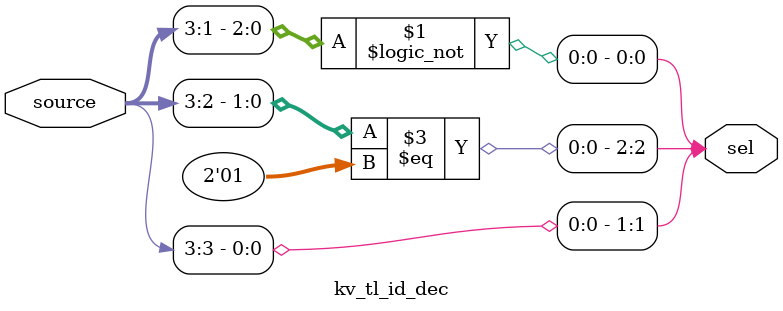
<source format=v>

module kv_tl_id_dec (
    source,
    sel
);
parameter N = 3;
input [3:0] source;
output [N - 1:0] sel;


assign sel[0] = source[3:1] == 3'b000;
assign sel[1] = source[3] == 1'b1;
generate
    if (N == 3) begin:gen_icu_dec
        assign sel[2] = source[3:2] == 2'b01;
    end
endgenerate
endmodule


</source>
